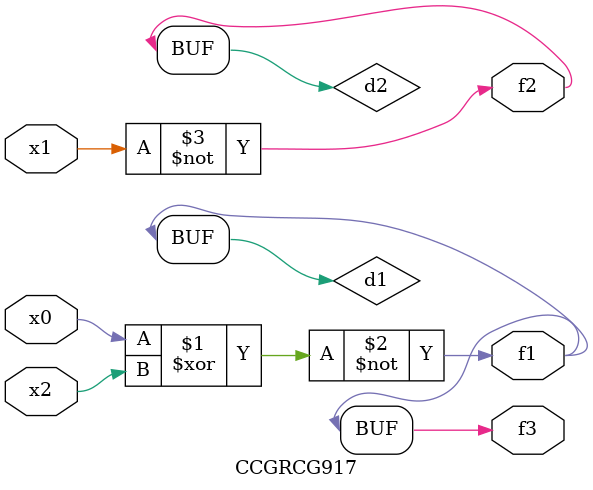
<source format=v>
module CCGRCG917(
	input x0, x1, x2,
	output f1, f2, f3
);

	wire d1, d2, d3;

	xnor (d1, x0, x2);
	nand (d2, x1);
	nor (d3, x1, x2);
	assign f1 = d1;
	assign f2 = d2;
	assign f3 = d1;
endmodule

</source>
